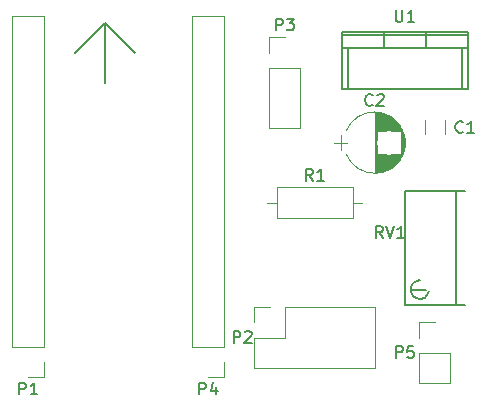
<source format=gto>
G04 #@! TF.FileFunction,Legend,Top*
%FSLAX46Y46*%
G04 Gerber Fmt 4.6, Leading zero omitted, Abs format (unit mm)*
G04 Created by KiCad (PCBNEW 4.0.5) date 02/05/17 19:02:15*
%MOMM*%
%LPD*%
G01*
G04 APERTURE LIST*
%ADD10C,0.100000*%
%ADD11C,0.150000*%
%ADD12C,0.120000*%
%ADD13C,2.000000*%
%ADD14R,2.000000X2.000000*%
%ADD15R,2.100000X2.100000*%
%ADD16O,2.100000X2.100000*%
%ADD17O,2.000000X2.000000*%
%ADD18C,1.924000*%
%ADD19O,2.432000X2.940000*%
G04 APERTURE END LIST*
D10*
D11*
X194310000Y-123190000D02*
X194310000Y-128270000D01*
X196850000Y-125730000D02*
X194310000Y-123190000D01*
X194310000Y-123190000D02*
X196850000Y-125730000D01*
X191770000Y-125730000D02*
X194310000Y-123190000D01*
X194310000Y-123190000D02*
X191770000Y-125730000D01*
D12*
X223111000Y-131473000D02*
X223111000Y-132647000D01*
X221389000Y-131473000D02*
X221389000Y-132647000D01*
X219546863Y-132368600D02*
G75*
G03X214752564Y-132370000I-2396863J-981400D01*
G01*
X219546863Y-134331400D02*
G75*
G02X214752564Y-134330000I-2396863J981400D01*
G01*
X219546863Y-134331400D02*
G75*
G03X219547436Y-132370000I-2396863J981400D01*
G01*
X217150000Y-130800000D02*
X217150000Y-135900000D01*
X217190000Y-130800000D02*
X217190000Y-135900000D01*
X217230000Y-130801000D02*
X217230000Y-135899000D01*
X217270000Y-130802000D02*
X217270000Y-135898000D01*
X217310000Y-130804000D02*
X217310000Y-135896000D01*
X217350000Y-130807000D02*
X217350000Y-135893000D01*
X217390000Y-130811000D02*
X217390000Y-135889000D01*
X217430000Y-130815000D02*
X217430000Y-132370000D01*
X217430000Y-134330000D02*
X217430000Y-135885000D01*
X217470000Y-130819000D02*
X217470000Y-132370000D01*
X217470000Y-134330000D02*
X217470000Y-135881000D01*
X217510000Y-130825000D02*
X217510000Y-132370000D01*
X217510000Y-134330000D02*
X217510000Y-135875000D01*
X217550000Y-130831000D02*
X217550000Y-132370000D01*
X217550000Y-134330000D02*
X217550000Y-135869000D01*
X217590000Y-130837000D02*
X217590000Y-132370000D01*
X217590000Y-134330000D02*
X217590000Y-135863000D01*
X217630000Y-130844000D02*
X217630000Y-132370000D01*
X217630000Y-134330000D02*
X217630000Y-135856000D01*
X217670000Y-130852000D02*
X217670000Y-132370000D01*
X217670000Y-134330000D02*
X217670000Y-135848000D01*
X217710000Y-130861000D02*
X217710000Y-132370000D01*
X217710000Y-134330000D02*
X217710000Y-135839000D01*
X217750000Y-130870000D02*
X217750000Y-132370000D01*
X217750000Y-134330000D02*
X217750000Y-135830000D01*
X217790000Y-130880000D02*
X217790000Y-132370000D01*
X217790000Y-134330000D02*
X217790000Y-135820000D01*
X217830000Y-130890000D02*
X217830000Y-132370000D01*
X217830000Y-134330000D02*
X217830000Y-135810000D01*
X217871000Y-130902000D02*
X217871000Y-132370000D01*
X217871000Y-134330000D02*
X217871000Y-135798000D01*
X217911000Y-130914000D02*
X217911000Y-132370000D01*
X217911000Y-134330000D02*
X217911000Y-135786000D01*
X217951000Y-130926000D02*
X217951000Y-132370000D01*
X217951000Y-134330000D02*
X217951000Y-135774000D01*
X217991000Y-130940000D02*
X217991000Y-132370000D01*
X217991000Y-134330000D02*
X217991000Y-135760000D01*
X218031000Y-130954000D02*
X218031000Y-132370000D01*
X218031000Y-134330000D02*
X218031000Y-135746000D01*
X218071000Y-130968000D02*
X218071000Y-132370000D01*
X218071000Y-134330000D02*
X218071000Y-135732000D01*
X218111000Y-130984000D02*
X218111000Y-132370000D01*
X218111000Y-134330000D02*
X218111000Y-135716000D01*
X218151000Y-131000000D02*
X218151000Y-132370000D01*
X218151000Y-134330000D02*
X218151000Y-135700000D01*
X218191000Y-131017000D02*
X218191000Y-132370000D01*
X218191000Y-134330000D02*
X218191000Y-135683000D01*
X218231000Y-131035000D02*
X218231000Y-132370000D01*
X218231000Y-134330000D02*
X218231000Y-135665000D01*
X218271000Y-131054000D02*
X218271000Y-132370000D01*
X218271000Y-134330000D02*
X218271000Y-135646000D01*
X218311000Y-131074000D02*
X218311000Y-132370000D01*
X218311000Y-134330000D02*
X218311000Y-135626000D01*
X218351000Y-131094000D02*
X218351000Y-132370000D01*
X218351000Y-134330000D02*
X218351000Y-135606000D01*
X218391000Y-131116000D02*
X218391000Y-132370000D01*
X218391000Y-134330000D02*
X218391000Y-135584000D01*
X218431000Y-131138000D02*
X218431000Y-132370000D01*
X218431000Y-134330000D02*
X218431000Y-135562000D01*
X218471000Y-131161000D02*
X218471000Y-132370000D01*
X218471000Y-134330000D02*
X218471000Y-135539000D01*
X218511000Y-131185000D02*
X218511000Y-132370000D01*
X218511000Y-134330000D02*
X218511000Y-135515000D01*
X218551000Y-131210000D02*
X218551000Y-132370000D01*
X218551000Y-134330000D02*
X218551000Y-135490000D01*
X218591000Y-131237000D02*
X218591000Y-132370000D01*
X218591000Y-134330000D02*
X218591000Y-135463000D01*
X218631000Y-131264000D02*
X218631000Y-132370000D01*
X218631000Y-134330000D02*
X218631000Y-135436000D01*
X218671000Y-131292000D02*
X218671000Y-132370000D01*
X218671000Y-134330000D02*
X218671000Y-135408000D01*
X218711000Y-131322000D02*
X218711000Y-132370000D01*
X218711000Y-134330000D02*
X218711000Y-135378000D01*
X218751000Y-131353000D02*
X218751000Y-132370000D01*
X218751000Y-134330000D02*
X218751000Y-135347000D01*
X218791000Y-131385000D02*
X218791000Y-132370000D01*
X218791000Y-134330000D02*
X218791000Y-135315000D01*
X218831000Y-131418000D02*
X218831000Y-132370000D01*
X218831000Y-134330000D02*
X218831000Y-135282000D01*
X218871000Y-131453000D02*
X218871000Y-132370000D01*
X218871000Y-134330000D02*
X218871000Y-135247000D01*
X218911000Y-131489000D02*
X218911000Y-132370000D01*
X218911000Y-134330000D02*
X218911000Y-135211000D01*
X218951000Y-131527000D02*
X218951000Y-132370000D01*
X218951000Y-134330000D02*
X218951000Y-135173000D01*
X218991000Y-131567000D02*
X218991000Y-132370000D01*
X218991000Y-134330000D02*
X218991000Y-135133000D01*
X219031000Y-131608000D02*
X219031000Y-132370000D01*
X219031000Y-134330000D02*
X219031000Y-135092000D01*
X219071000Y-131651000D02*
X219071000Y-132370000D01*
X219071000Y-134330000D02*
X219071000Y-135049000D01*
X219111000Y-131696000D02*
X219111000Y-132370000D01*
X219111000Y-134330000D02*
X219111000Y-135004000D01*
X219151000Y-131744000D02*
X219151000Y-132370000D01*
X219151000Y-134330000D02*
X219151000Y-134956000D01*
X219191000Y-131794000D02*
X219191000Y-132370000D01*
X219191000Y-134330000D02*
X219191000Y-134906000D01*
X219231000Y-131846000D02*
X219231000Y-132370000D01*
X219231000Y-134330000D02*
X219231000Y-134854000D01*
X219271000Y-131902000D02*
X219271000Y-132370000D01*
X219271000Y-134330000D02*
X219271000Y-134798000D01*
X219311000Y-131960000D02*
X219311000Y-132370000D01*
X219311000Y-134330000D02*
X219311000Y-134740000D01*
X219351000Y-132023000D02*
X219351000Y-132370000D01*
X219351000Y-134330000D02*
X219351000Y-134677000D01*
X219391000Y-132089000D02*
X219391000Y-134611000D01*
X219431000Y-132161000D02*
X219431000Y-134539000D01*
X219471000Y-132238000D02*
X219471000Y-134462000D01*
X219511000Y-132322000D02*
X219511000Y-134378000D01*
X219551000Y-132416000D02*
X219551000Y-134284000D01*
X219591000Y-132521000D02*
X219591000Y-134179000D01*
X219631000Y-132643000D02*
X219631000Y-134057000D01*
X219671000Y-132791000D02*
X219671000Y-133909000D01*
X219711000Y-132996000D02*
X219711000Y-133704000D01*
X213700000Y-133350000D02*
X214900000Y-133350000D01*
X214300000Y-132700000D02*
X214300000Y-134000000D01*
X189143333Y-150625000D02*
X189143333Y-122625000D01*
X189143333Y-122625000D02*
X186483333Y-122625000D01*
X186483333Y-122625000D02*
X186483333Y-150625000D01*
X186483333Y-150625000D02*
X189143333Y-150625000D01*
X189143333Y-151895000D02*
X189143333Y-153225000D01*
X189143333Y-153225000D02*
X187813333Y-153225000D01*
X209550000Y-147260000D02*
X217230000Y-147260000D01*
X217230000Y-147260000D02*
X217230000Y-152460000D01*
X217230000Y-152460000D02*
X206950000Y-152460000D01*
X206950000Y-152460000D02*
X206950000Y-149860000D01*
X206950000Y-149860000D02*
X209550000Y-149860000D01*
X209550000Y-149860000D02*
X209550000Y-147260000D01*
X208280000Y-147260000D02*
X206950000Y-147260000D01*
X206950000Y-147260000D02*
X206950000Y-148530000D01*
X208220000Y-127000000D02*
X208220000Y-132140000D01*
X208220000Y-132140000D02*
X210880000Y-132140000D01*
X210880000Y-132140000D02*
X210880000Y-127000000D01*
X210880000Y-127000000D02*
X208220000Y-127000000D01*
X208220000Y-125730000D02*
X208220000Y-124400000D01*
X208220000Y-124400000D02*
X209550000Y-124400000D01*
X204383333Y-150625000D02*
X204383333Y-122625000D01*
X204383333Y-122625000D02*
X201723333Y-122625000D01*
X201723333Y-122625000D02*
X201723333Y-150625000D01*
X201723333Y-150625000D02*
X204383333Y-150625000D01*
X204383333Y-151895000D02*
X204383333Y-153225000D01*
X204383333Y-153225000D02*
X203053333Y-153225000D01*
X208880000Y-137120000D02*
X208880000Y-139740000D01*
X208880000Y-139740000D02*
X215300000Y-139740000D01*
X215300000Y-139740000D02*
X215300000Y-137120000D01*
X215300000Y-137120000D02*
X208880000Y-137120000D01*
X207990000Y-138430000D02*
X208880000Y-138430000D01*
X216190000Y-138430000D02*
X215300000Y-138430000D01*
D11*
X220218000Y-145796000D02*
X221488000Y-145796000D01*
X220967300Y-145008600D02*
X220713300Y-145046700D01*
X220713300Y-145046700D02*
X220433900Y-145224500D01*
X220433900Y-145224500D02*
X220218000Y-145542000D01*
X220218000Y-145542000D02*
X220205300Y-145986500D01*
X220205300Y-145986500D02*
X220408500Y-146342100D01*
X220408500Y-146342100D02*
X220700600Y-146519900D01*
X220700600Y-146519900D02*
X221018100Y-146570700D01*
X221018100Y-146570700D02*
X221424500Y-146469100D01*
X221424500Y-146469100D02*
X221678500Y-146126200D01*
X221678500Y-146126200D02*
X221767400Y-145948400D01*
X224028000Y-137414000D02*
X224028000Y-147066000D01*
X220980000Y-147066000D02*
X219710000Y-147066000D01*
X219710000Y-147066000D02*
X219710000Y-137414000D01*
X219710000Y-137414000D02*
X224790000Y-137414000D01*
X224790000Y-147066000D02*
X222250000Y-147066000D01*
X222250000Y-147066000D02*
X220980000Y-147066000D01*
X224536000Y-125349000D02*
X224536000Y-128778000D01*
X214884000Y-125349000D02*
X214884000Y-128778000D01*
X225044000Y-124206000D02*
X214376000Y-124206000D01*
X221488000Y-125222000D02*
X221488000Y-123952000D01*
X217932000Y-125222000D02*
X217932000Y-123952000D01*
X214376000Y-125349000D02*
X225044000Y-125349000D01*
X225044000Y-128778000D02*
X214376000Y-128778000D01*
X214376000Y-123952000D02*
X214376000Y-128778000D01*
X225044000Y-123952000D02*
X225044000Y-128778000D01*
X225044000Y-123952000D02*
X214376000Y-123952000D01*
D12*
X220920000Y-151130000D02*
X220920000Y-153730000D01*
X220920000Y-153730000D02*
X223580000Y-153730000D01*
X223580000Y-153730000D02*
X223580000Y-151130000D01*
X223580000Y-151130000D02*
X220920000Y-151130000D01*
X220920000Y-149860000D02*
X220920000Y-148530000D01*
X220920000Y-148530000D02*
X222250000Y-148530000D01*
D11*
X224623334Y-132437143D02*
X224575715Y-132484762D01*
X224432858Y-132532381D01*
X224337620Y-132532381D01*
X224194762Y-132484762D01*
X224099524Y-132389524D01*
X224051905Y-132294286D01*
X224004286Y-132103810D01*
X224004286Y-131960952D01*
X224051905Y-131770476D01*
X224099524Y-131675238D01*
X224194762Y-131580000D01*
X224337620Y-131532381D01*
X224432858Y-131532381D01*
X224575715Y-131580000D01*
X224623334Y-131627619D01*
X225575715Y-132532381D02*
X225004286Y-132532381D01*
X225290000Y-132532381D02*
X225290000Y-131532381D01*
X225194762Y-131675238D01*
X225099524Y-131770476D01*
X225004286Y-131818095D01*
X216983334Y-130147143D02*
X216935715Y-130194762D01*
X216792858Y-130242381D01*
X216697620Y-130242381D01*
X216554762Y-130194762D01*
X216459524Y-130099524D01*
X216411905Y-130004286D01*
X216364286Y-129813810D01*
X216364286Y-129670952D01*
X216411905Y-129480476D01*
X216459524Y-129385238D01*
X216554762Y-129290000D01*
X216697620Y-129242381D01*
X216792858Y-129242381D01*
X216935715Y-129290000D01*
X216983334Y-129337619D01*
X217364286Y-129337619D02*
X217411905Y-129290000D01*
X217507143Y-129242381D01*
X217745239Y-129242381D01*
X217840477Y-129290000D01*
X217888096Y-129337619D01*
X217935715Y-129432857D01*
X217935715Y-129528095D01*
X217888096Y-129670952D01*
X217316667Y-130242381D01*
X217935715Y-130242381D01*
X187075238Y-154677381D02*
X187075238Y-153677381D01*
X187456191Y-153677381D01*
X187551429Y-153725000D01*
X187599048Y-153772619D01*
X187646667Y-153867857D01*
X187646667Y-154010714D01*
X187599048Y-154105952D01*
X187551429Y-154153571D01*
X187456191Y-154201190D01*
X187075238Y-154201190D01*
X188599048Y-154677381D02*
X188027619Y-154677381D01*
X188313333Y-154677381D02*
X188313333Y-153677381D01*
X188218095Y-153820238D01*
X188122857Y-153915476D01*
X188027619Y-153963095D01*
X205211905Y-150312381D02*
X205211905Y-149312381D01*
X205592858Y-149312381D01*
X205688096Y-149360000D01*
X205735715Y-149407619D01*
X205783334Y-149502857D01*
X205783334Y-149645714D01*
X205735715Y-149740952D01*
X205688096Y-149788571D01*
X205592858Y-149836190D01*
X205211905Y-149836190D01*
X206164286Y-149407619D02*
X206211905Y-149360000D01*
X206307143Y-149312381D01*
X206545239Y-149312381D01*
X206640477Y-149360000D01*
X206688096Y-149407619D01*
X206735715Y-149502857D01*
X206735715Y-149598095D01*
X206688096Y-149740952D01*
X206116667Y-150312381D01*
X206735715Y-150312381D01*
X208811905Y-123852381D02*
X208811905Y-122852381D01*
X209192858Y-122852381D01*
X209288096Y-122900000D01*
X209335715Y-122947619D01*
X209383334Y-123042857D01*
X209383334Y-123185714D01*
X209335715Y-123280952D01*
X209288096Y-123328571D01*
X209192858Y-123376190D01*
X208811905Y-123376190D01*
X209716667Y-122852381D02*
X210335715Y-122852381D01*
X210002381Y-123233333D01*
X210145239Y-123233333D01*
X210240477Y-123280952D01*
X210288096Y-123328571D01*
X210335715Y-123423810D01*
X210335715Y-123661905D01*
X210288096Y-123757143D01*
X210240477Y-123804762D01*
X210145239Y-123852381D01*
X209859524Y-123852381D01*
X209764286Y-123804762D01*
X209716667Y-123757143D01*
X202315238Y-154677381D02*
X202315238Y-153677381D01*
X202696191Y-153677381D01*
X202791429Y-153725000D01*
X202839048Y-153772619D01*
X202886667Y-153867857D01*
X202886667Y-154010714D01*
X202839048Y-154105952D01*
X202791429Y-154153571D01*
X202696191Y-154201190D01*
X202315238Y-154201190D01*
X203743810Y-154010714D02*
X203743810Y-154677381D01*
X203505714Y-153629762D02*
X203267619Y-154344048D01*
X203886667Y-154344048D01*
X211923334Y-136572381D02*
X211590000Y-136096190D01*
X211351905Y-136572381D02*
X211351905Y-135572381D01*
X211732858Y-135572381D01*
X211828096Y-135620000D01*
X211875715Y-135667619D01*
X211923334Y-135762857D01*
X211923334Y-135905714D01*
X211875715Y-136000952D01*
X211828096Y-136048571D01*
X211732858Y-136096190D01*
X211351905Y-136096190D01*
X212875715Y-136572381D02*
X212304286Y-136572381D01*
X212590000Y-136572381D02*
X212590000Y-135572381D01*
X212494762Y-135715238D01*
X212399524Y-135810476D01*
X212304286Y-135858095D01*
X217844762Y-141422381D02*
X217511428Y-140946190D01*
X217273333Y-141422381D02*
X217273333Y-140422381D01*
X217654286Y-140422381D01*
X217749524Y-140470000D01*
X217797143Y-140517619D01*
X217844762Y-140612857D01*
X217844762Y-140755714D01*
X217797143Y-140850952D01*
X217749524Y-140898571D01*
X217654286Y-140946190D01*
X217273333Y-140946190D01*
X218130476Y-140422381D02*
X218463809Y-141422381D01*
X218797143Y-140422381D01*
X219654286Y-141422381D02*
X219082857Y-141422381D01*
X219368571Y-141422381D02*
X219368571Y-140422381D01*
X219273333Y-140565238D01*
X219178095Y-140660476D01*
X219082857Y-140708095D01*
X218948095Y-122134381D02*
X218948095Y-122943905D01*
X218995714Y-123039143D01*
X219043333Y-123086762D01*
X219138571Y-123134381D01*
X219329048Y-123134381D01*
X219424286Y-123086762D01*
X219471905Y-123039143D01*
X219519524Y-122943905D01*
X219519524Y-122134381D01*
X220519524Y-123134381D02*
X219948095Y-123134381D01*
X220233809Y-123134381D02*
X220233809Y-122134381D01*
X220138571Y-122277238D01*
X220043333Y-122372476D01*
X219948095Y-122420095D01*
X218971905Y-151582381D02*
X218971905Y-150582381D01*
X219352858Y-150582381D01*
X219448096Y-150630000D01*
X219495715Y-150677619D01*
X219543334Y-150772857D01*
X219543334Y-150915714D01*
X219495715Y-151010952D01*
X219448096Y-151058571D01*
X219352858Y-151106190D01*
X218971905Y-151106190D01*
X220448096Y-150582381D02*
X219971905Y-150582381D01*
X219924286Y-151058571D01*
X219971905Y-151010952D01*
X220067143Y-150963333D01*
X220305239Y-150963333D01*
X220400477Y-151010952D01*
X220448096Y-151058571D01*
X220495715Y-151153810D01*
X220495715Y-151391905D01*
X220448096Y-151487143D01*
X220400477Y-151534762D01*
X220305239Y-151582381D01*
X220067143Y-151582381D01*
X219971905Y-151534762D01*
X219924286Y-151487143D01*
%LPC*%
D13*
X222250000Y-130810000D03*
X222250000Y-133310000D03*
D14*
X215900000Y-133350000D03*
D13*
X218400000Y-133350000D03*
D15*
X187813333Y-151895000D03*
D16*
X187813333Y-149355000D03*
X187813333Y-146815000D03*
X187813333Y-144275000D03*
X187813333Y-141735000D03*
X187813333Y-139195000D03*
X187813333Y-136655000D03*
X187813333Y-134115000D03*
X187813333Y-131575000D03*
X187813333Y-129035000D03*
X187813333Y-126495000D03*
X187813333Y-123955000D03*
D15*
X208280000Y-148590000D03*
D16*
X208280000Y-151130000D03*
X210820000Y-148590000D03*
X210820000Y-151130000D03*
X213360000Y-148590000D03*
X213360000Y-151130000D03*
X215900000Y-148590000D03*
X215900000Y-151130000D03*
D15*
X209550000Y-125730000D03*
D16*
X209550000Y-128270000D03*
X209550000Y-130810000D03*
D15*
X203053333Y-151895000D03*
D16*
X203053333Y-149355000D03*
X203053333Y-146815000D03*
X203053333Y-144275000D03*
X203053333Y-141735000D03*
X203053333Y-139195000D03*
X203053333Y-136655000D03*
X203053333Y-134115000D03*
X203053333Y-131575000D03*
X203053333Y-129035000D03*
X203053333Y-126495000D03*
X203053333Y-123955000D03*
D13*
X207010000Y-138430000D03*
D17*
X217170000Y-138430000D03*
D18*
X222250000Y-142240000D03*
X222250000Y-139700000D03*
X222250000Y-144780000D03*
D19*
X219710000Y-127000000D03*
X222250000Y-127000000D03*
X217170000Y-127000000D03*
D15*
X222250000Y-149860000D03*
D16*
X222250000Y-152400000D03*
M02*

</source>
